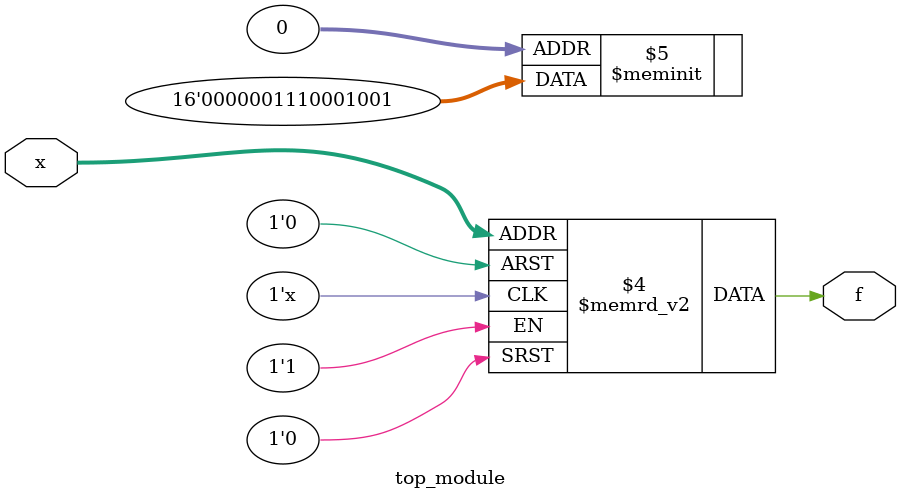
<source format=sv>
module top_module (
	input [4:1] x,
	output logic f
);
    always_comb begin
        case(x)
            4'b0000: f = 1;
            4'b0001: f = 0;
            4'b0011: f = 1;
            4'b0110: f = 0;
            4'b0111: f = 1;
            4'b1000: f = 1;
            4'b1001: f = 1;
            4'b1010: f = 0;
            default:  f = 0;
        endcase
    end
endmodule

</source>
